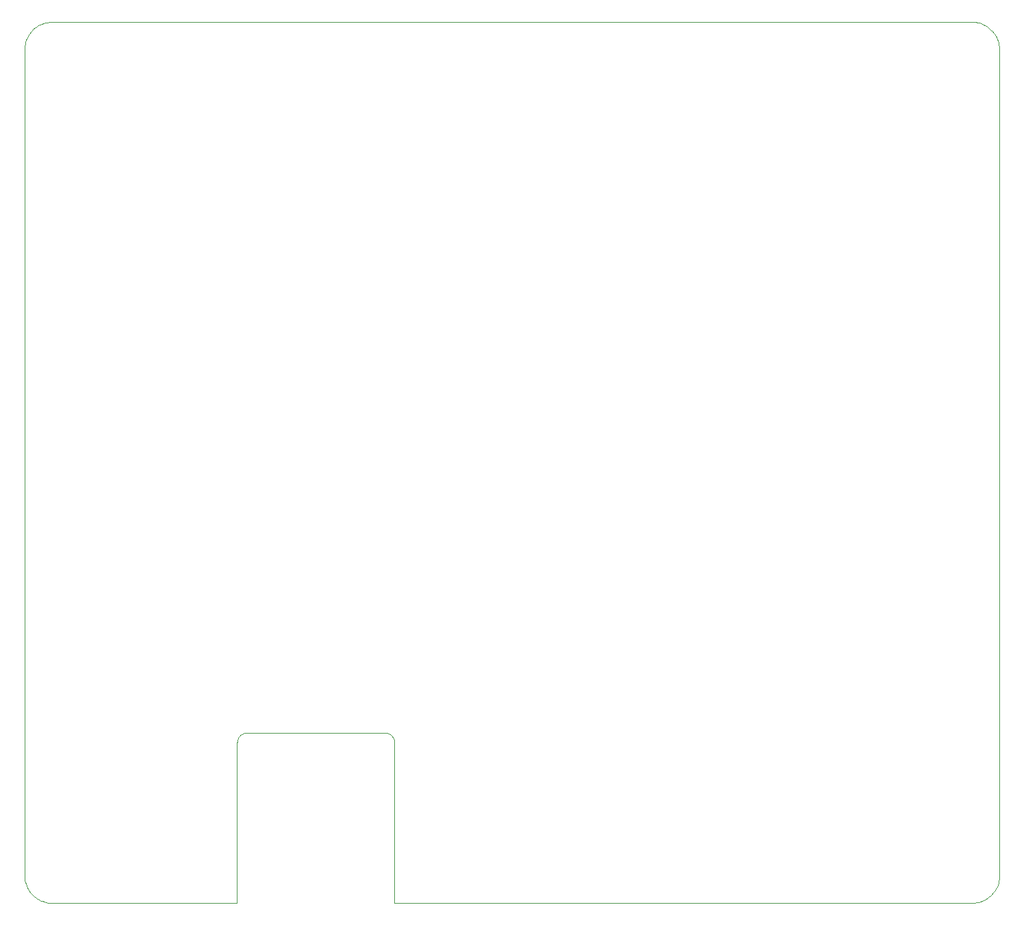
<source format=gbr>
%FSTAX23Y23*%
%MOIN*%
%SFA1B1*%

%IPPOS*%
%ADD134C,0.001000*%
%LNhardwarecontrollerpcb_profile-1*%
%LPD*%
G54D134*
X00137Y0D02*
D01*
X00128Y0*
X00118Y00001*
X00109Y00003*
X00099Y00005*
X0009Y00008*
X00081Y00011*
X00073Y00016*
X00064Y0002*
X00056Y00026*
X00049Y00032*
X00042Y00038*
X00035Y00045*
X00029Y00052*
X00023Y0006*
X00018Y00068*
X00013Y00077*
X0001Y00086*
X00006Y00095*
X00004Y00104*
X00002Y00113*
X0Y00123*
X0Y00132*
X0Y00137*
X0Y04265*
X0*
D01*
X0Y04275*
X00001Y04284*
X00003Y04294*
X00005Y04303*
X00008Y04312*
X00011Y04321*
X00016Y0433*
X0002Y04338*
X00026Y04346*
X00032Y04354*
X00038Y04361*
X00045Y04368*
X00052Y04374*
X0006Y04379*
X00068Y04385*
X00077Y04389*
X00086Y04393*
X00095Y04396*
X00104Y04399*
X00113Y04401*
X00123Y04402*
X00132Y04403*
X00137Y04403*
X04734*
D01*
X04743Y04403*
X04753Y04402*
X04762Y044*
X04772Y04398*
X04781Y04395*
X0479Y04391*
X04798Y04387*
X04807Y04382*
X04815Y04377*
X04822Y04371*
X04829Y04364*
X04836Y04357*
X04842Y0435*
X04848Y04342*
X04853Y04334*
X04858Y04326*
X04862Y04317*
X04865Y04308*
X04867Y04299*
X04869Y04289*
X04871Y0428*
X04871Y0427*
X04872Y04265*
X04872Y04266*
X04872Y00137*
D01*
X04871Y00128*
X0487Y00118*
X04869Y00109*
X04866Y00099*
X04863Y0009*
X0486Y00081*
X04855Y00073*
X04851Y00064*
X04845Y00056*
X04839Y00049*
X04833Y00042*
X04826Y00035*
X04819Y00029*
X04811Y00023*
X04803Y00018*
X04794Y00013*
X04785Y0001*
X04776Y00006*
X04767Y00004*
X04758Y00002*
X04748Y0*
X04739Y0*
X04734Y0*
X01848*
Y00803*
D01*
X01848Y00806*
X01847Y00809*
X01847Y00812*
X01846Y00816*
X01845Y00819*
X01844Y00822*
X01842Y00825*
X01841Y00828*
X01839Y0083*
X01837Y00833*
X01835Y00835*
X01832Y00838*
X0183Y0084*
X01827Y00842*
X01824Y00844*
X01821Y00845*
X01818Y00846*
X01815Y00848*
X01812Y00848*
X01809Y00849*
X01806Y0085*
X01802Y0085*
X01801Y0085*
X0111*
D01*
X01106Y0085*
X01103Y00849*
X011Y00849*
X01097Y00848*
X01094Y00847*
X01091Y00846*
X01088Y00844*
X01085Y00843*
X01082Y00841*
X01079Y00839*
X01077Y00837*
X01075Y00834*
X01073Y00832*
X01071Y00829*
X01069Y00826*
X01067Y00823*
X01066Y0082*
X01065Y00817*
X01064Y00814*
X01063Y00811*
X01063Y00808*
X01063Y00804*
X01062Y00803*
Y0*
X00137*
M02*
</source>
